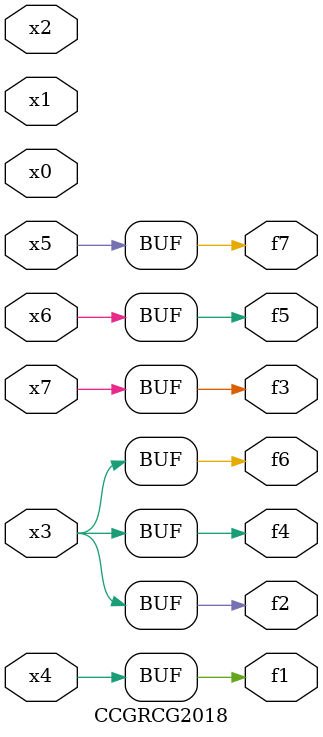
<source format=v>
module CCGRCG2018(
	input x0, x1, x2, x3, x4, x5, x6, x7,
	output f1, f2, f3, f4, f5, f6, f7
);
	assign f1 = x4;
	assign f2 = x3;
	assign f3 = x7;
	assign f4 = x3;
	assign f5 = x6;
	assign f6 = x3;
	assign f7 = x5;
endmodule

</source>
